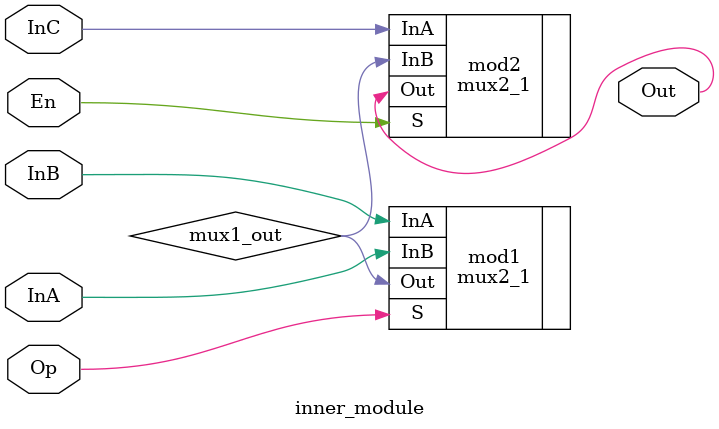
<source format=v>
/*  Author: Xuyi Ruan & Yudong Sun
 *  Description: inner module for shifter
 *  Module: mux2_1.v
 */

module inner_module(Out, InA, InB, InC, En, Op);
    input InA, InB, InC, En, Op;
    output Out;
    wire mux1_out;

    mux2_1 mod1(.InA(InB), .InB(InA), .S(Op), .Out(mux1_out));
    mux2_1 mod2(.InA(InC), .InB(mux1_out), .S(En), .Out(Out));

endmodule

</source>
